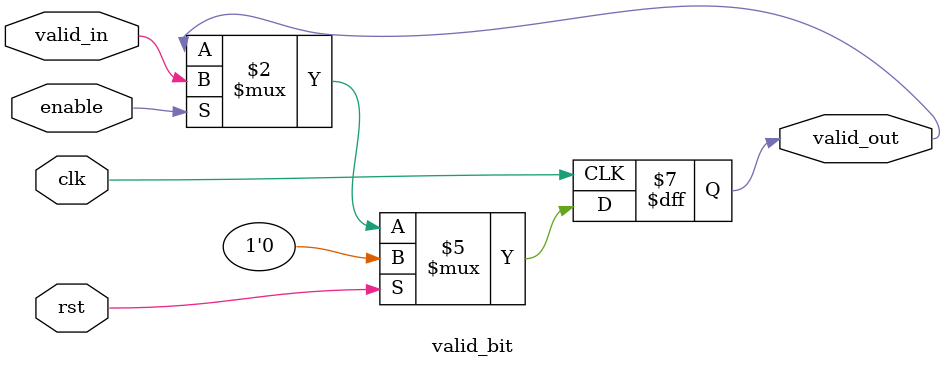
<source format=sv>
module valid_bit (
    input clk,
    input rst,
    input enable,
    input valid_in,
    output logic valid_out
);

always_ff @(posedge clk) begin
    if (rst) begin
        valid_out <= 0; 
    end else if (enable) begin
        valid_out <= valid_in;
    end  
end
    
endmodule
</source>
